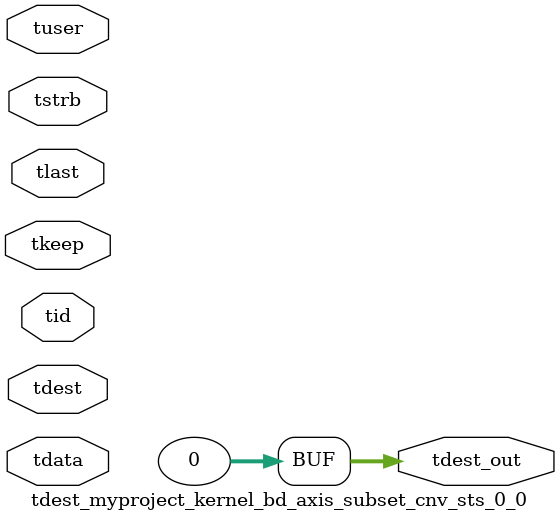
<source format=v>


`timescale 1ps/1ps

module tdest_myproject_kernel_bd_axis_subset_cnv_sts_0_0 #
(
parameter C_S_AXIS_TDATA_WIDTH = 32,
parameter C_S_AXIS_TUSER_WIDTH = 0,
parameter C_S_AXIS_TID_WIDTH   = 0,
parameter C_S_AXIS_TDEST_WIDTH = 0,
parameter C_M_AXIS_TDEST_WIDTH = 32
)
(
input  [(C_S_AXIS_TDATA_WIDTH == 0 ? 1 : C_S_AXIS_TDATA_WIDTH)-1:0     ] tdata,
input  [(C_S_AXIS_TUSER_WIDTH == 0 ? 1 : C_S_AXIS_TUSER_WIDTH)-1:0     ] tuser,
input  [(C_S_AXIS_TID_WIDTH   == 0 ? 1 : C_S_AXIS_TID_WIDTH)-1:0       ] tid,
input  [(C_S_AXIS_TDEST_WIDTH == 0 ? 1 : C_S_AXIS_TDEST_WIDTH)-1:0     ] tdest,
input  [(C_S_AXIS_TDATA_WIDTH/8)-1:0 ] tkeep,
input  [(C_S_AXIS_TDATA_WIDTH/8)-1:0 ] tstrb,
input                                                                    tlast,
output [C_M_AXIS_TDEST_WIDTH-1:0] tdest_out
);

assign tdest_out = {1'b0};

endmodule


</source>
